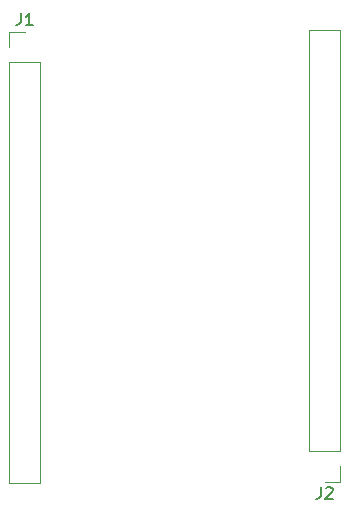
<source format=gbr>
G04 #@! TF.GenerationSoftware,KiCad,Pcbnew,(5.1.2)-2*
G04 #@! TF.CreationDate,2020-01-30T13:26:46+01:00*
G04 #@! TF.ProjectId,ACM Breakout,41434d20-4272-4656-916b-6f75742e6b69,rev?*
G04 #@! TF.SameCoordinates,Original*
G04 #@! TF.FileFunction,Legend,Top*
G04 #@! TF.FilePolarity,Positive*
%FSLAX46Y46*%
G04 Gerber Fmt 4.6, Leading zero omitted, Abs format (unit mm)*
G04 Created by KiCad (PCBNEW (5.1.2)-2) date 2020-01-30 13:26:46*
%MOMM*%
%LPD*%
G04 APERTURE LIST*
%ADD10C,0.120000*%
%ADD11C,0.150000*%
G04 APERTURE END LIST*
D10*
X-14030000Y-17890000D02*
X-11370000Y-17890000D01*
X-14030000Y17730000D02*
X-14030000Y-17890000D01*
X-11370000Y17730000D02*
X-11370000Y-17890000D01*
X-14030000Y17730000D02*
X-11370000Y17730000D01*
X-14030000Y19000000D02*
X-14030000Y20330000D01*
X-14030000Y20330000D02*
X-12700000Y20330000D01*
X14030000Y-17790000D02*
X12700000Y-17790000D01*
X14030000Y-16460000D02*
X14030000Y-17790000D01*
X14030000Y-15190000D02*
X11370000Y-15190000D01*
X11370000Y-15190000D02*
X11370000Y20430000D01*
X14030000Y-15190000D02*
X14030000Y20430000D01*
X14030000Y20430000D02*
X11370000Y20430000D01*
D11*
X-13033333Y21877619D02*
X-13033333Y21163333D01*
X-13080952Y21020476D01*
X-13176190Y20925238D01*
X-13319047Y20877619D01*
X-13414285Y20877619D01*
X-12033333Y20877619D02*
X-12604761Y20877619D01*
X-12319047Y20877619D02*
X-12319047Y21877619D01*
X-12414285Y21734761D01*
X-12509523Y21639523D01*
X-12604761Y21591904D01*
X12366666Y-18242380D02*
X12366666Y-18956666D01*
X12319047Y-19099523D01*
X12223809Y-19194761D01*
X12080952Y-19242380D01*
X11985714Y-19242380D01*
X12795238Y-18337619D02*
X12842857Y-18290000D01*
X12938095Y-18242380D01*
X13176190Y-18242380D01*
X13271428Y-18290000D01*
X13319047Y-18337619D01*
X13366666Y-18432857D01*
X13366666Y-18528095D01*
X13319047Y-18670952D01*
X12747619Y-19242380D01*
X13366666Y-19242380D01*
M02*

</source>
